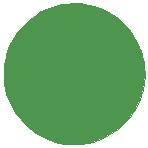
<source format=gbr>
G04 #@! TF.GenerationSoftware,KiCad,Pcbnew,5.1.5+dfsg1-2build2*
G04 #@! TF.CreationDate,2021-04-24T09:34:16-04:00*
G04 #@! TF.ProjectId,9,392e6b69-6361-4645-9f70-636258585858,rev?*
G04 #@! TF.SameCoordinates,Original*
G04 #@! TF.FileFunction,Copper,L1,Top*
G04 #@! TF.FilePolarity,Positive*
%FSLAX46Y46*%
G04 Gerber Fmt 4.6, Leading zero omitted, Abs format (unit mm)*
G04 Created by KiCad (PCBNEW 5.1.5+dfsg1-2build2) date 2021-04-24 09:34:16*
%MOMM*%
%LPD*%
G04 APERTURE LIST*
%ADD10C,0.010000*%
G04 APERTURE END LIST*
D10*
G36*
X-653666Y7004494D02*
G01*
X-162131Y6951857D01*
X140773Y6899218D01*
X632356Y6780300D01*
X1103543Y6624376D01*
X1555081Y6431115D01*
X1987714Y6200188D01*
X2402189Y5931265D01*
X2517121Y5847596D01*
X2632039Y5756094D01*
X2766843Y5639358D01*
X2914180Y5504559D01*
X3066697Y5358870D01*
X3217042Y5209461D01*
X3357863Y5063506D01*
X3481806Y4928175D01*
X3581519Y4810642D01*
X3586157Y4804833D01*
X3775778Y4549418D01*
X3963274Y4264840D01*
X4142561Y3961990D01*
X4307555Y3651760D01*
X4452170Y3345041D01*
X4570323Y3052724D01*
X4580125Y3025609D01*
X4730615Y2544491D01*
X4838822Y2061537D01*
X4904741Y1576771D01*
X4928369Y1090217D01*
X4924731Y857250D01*
X4914848Y654055D01*
X4899750Y467549D01*
X4877800Y285602D01*
X4847362Y96088D01*
X4806797Y-113122D01*
X4771477Y-277882D01*
X4649815Y-744356D01*
X4495622Y-1186067D01*
X4307054Y-1607414D01*
X4082268Y-2012792D01*
X3971125Y-2187669D01*
X3683055Y-2587251D01*
X3365904Y-2959808D01*
X3022156Y-3304100D01*
X2654298Y-3618885D01*
X2264815Y-3902924D01*
X1856194Y-4154977D01*
X1430920Y-4373801D01*
X991479Y-4558158D01*
X540358Y-4706807D01*
X80041Y-4818506D01*
X-386985Y-4892017D01*
X-858235Y-4926097D01*
X-1331223Y-4919508D01*
X-1481666Y-4908682D01*
X-1907703Y-4861149D01*
X-2303099Y-4793850D01*
X-2675558Y-4704961D01*
X-3032785Y-4592656D01*
X-3364929Y-4462672D01*
X-3800305Y-4253803D01*
X-4216549Y-4009815D01*
X-4611722Y-3733205D01*
X-4983884Y-3426467D01*
X-5331093Y-3092095D01*
X-5651410Y-2732584D01*
X-5942893Y-2350428D01*
X-6203602Y-1948123D01*
X-6431597Y-1528164D01*
X-6624937Y-1093044D01*
X-6781682Y-645258D01*
X-6899891Y-187301D01*
X-6962158Y161807D01*
X-7003273Y542992D01*
X-7020364Y940226D01*
X-7013929Y1343269D01*
X-6984464Y1741884D01*
X-6932467Y2125830D01*
X-6858435Y2484870D01*
X-6847158Y2529416D01*
X-6706761Y2989062D01*
X-6528360Y3435037D01*
X-6314157Y3865115D01*
X-6066356Y4277068D01*
X-5787161Y4668668D01*
X-5478776Y5037688D01*
X-5143404Y5381900D01*
X-4783250Y5699076D01*
X-4400517Y5986988D01*
X-3997409Y6243410D01*
X-3576129Y6466113D01*
X-3138882Y6652869D01*
X-2687871Y6801451D01*
X-2596289Y6826370D01*
X-2124388Y6928930D01*
X-1639908Y6992895D01*
X-1147963Y7018128D01*
X-653666Y7004494D01*
G37*
X-653666Y7004494D02*
X-162131Y6951857D01*
X140773Y6899218D01*
X632356Y6780300D01*
X1103543Y6624376D01*
X1555081Y6431115D01*
X1987714Y6200188D01*
X2402189Y5931265D01*
X2517121Y5847596D01*
X2632039Y5756094D01*
X2766843Y5639358D01*
X2914180Y5504559D01*
X3066697Y5358870D01*
X3217042Y5209461D01*
X3357863Y5063506D01*
X3481806Y4928175D01*
X3581519Y4810642D01*
X3586157Y4804833D01*
X3775778Y4549418D01*
X3963274Y4264840D01*
X4142561Y3961990D01*
X4307555Y3651760D01*
X4452170Y3345041D01*
X4570323Y3052724D01*
X4580125Y3025609D01*
X4730615Y2544491D01*
X4838822Y2061537D01*
X4904741Y1576771D01*
X4928369Y1090217D01*
X4924731Y857250D01*
X4914848Y654055D01*
X4899750Y467549D01*
X4877800Y285602D01*
X4847362Y96088D01*
X4806797Y-113122D01*
X4771477Y-277882D01*
X4649815Y-744356D01*
X4495622Y-1186067D01*
X4307054Y-1607414D01*
X4082268Y-2012792D01*
X3971125Y-2187669D01*
X3683055Y-2587251D01*
X3365904Y-2959808D01*
X3022156Y-3304100D01*
X2654298Y-3618885D01*
X2264815Y-3902924D01*
X1856194Y-4154977D01*
X1430920Y-4373801D01*
X991479Y-4558158D01*
X540358Y-4706807D01*
X80041Y-4818506D01*
X-386985Y-4892017D01*
X-858235Y-4926097D01*
X-1331223Y-4919508D01*
X-1481666Y-4908682D01*
X-1907703Y-4861149D01*
X-2303099Y-4793850D01*
X-2675558Y-4704961D01*
X-3032785Y-4592656D01*
X-3364929Y-4462672D01*
X-3800305Y-4253803D01*
X-4216549Y-4009815D01*
X-4611722Y-3733205D01*
X-4983884Y-3426467D01*
X-5331093Y-3092095D01*
X-5651410Y-2732584D01*
X-5942893Y-2350428D01*
X-6203602Y-1948123D01*
X-6431597Y-1528164D01*
X-6624937Y-1093044D01*
X-6781682Y-645258D01*
X-6899891Y-187301D01*
X-6962158Y161807D01*
X-7003273Y542992D01*
X-7020364Y940226D01*
X-7013929Y1343269D01*
X-6984464Y1741884D01*
X-6932467Y2125830D01*
X-6858435Y2484870D01*
X-6847158Y2529416D01*
X-6706761Y2989062D01*
X-6528360Y3435037D01*
X-6314157Y3865115D01*
X-6066356Y4277068D01*
X-5787161Y4668668D01*
X-5478776Y5037688D01*
X-5143404Y5381900D01*
X-4783250Y5699076D01*
X-4400517Y5986988D01*
X-3997409Y6243410D01*
X-3576129Y6466113D01*
X-3138882Y6652869D01*
X-2687871Y6801451D01*
X-2596289Y6826370D01*
X-2124388Y6928930D01*
X-1639908Y6992895D01*
X-1147963Y7018128D01*
X-653666Y7004494D01*
M02*

</source>
